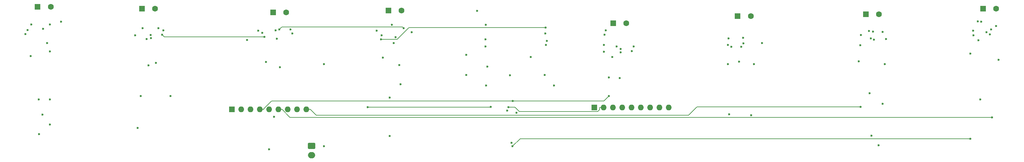
<source format=gbr>
%TF.GenerationSoftware,KiCad,Pcbnew,8.0.8*%
%TF.CreationDate,2025-05-04T20:59:53-05:00*%
%TF.ProjectId,Feedback_sleeve,46656564-6261-4636-9b5f-736c65657665,rev?*%
%TF.SameCoordinates,Original*%
%TF.FileFunction,Copper,L5,Inr*%
%TF.FilePolarity,Positive*%
%FSLAX46Y46*%
G04 Gerber Fmt 4.6, Leading zero omitted, Abs format (unit mm)*
G04 Created by KiCad (PCBNEW 8.0.8) date 2025-05-04 20:59:53*
%MOMM*%
%LPD*%
G01*
G04 APERTURE LIST*
G04 Aperture macros list*
%AMRoundRect*
0 Rectangle with rounded corners*
0 $1 Rounding radius*
0 $2 $3 $4 $5 $6 $7 $8 $9 X,Y pos of 4 corners*
0 Add a 4 corners polygon primitive as box body*
4,1,4,$2,$3,$4,$5,$6,$7,$8,$9,$2,$3,0*
0 Add four circle primitives for the rounded corners*
1,1,$1+$1,$2,$3*
1,1,$1+$1,$4,$5*
1,1,$1+$1,$6,$7*
1,1,$1+$1,$8,$9*
0 Add four rect primitives between the rounded corners*
20,1,$1+$1,$2,$3,$4,$5,0*
20,1,$1+$1,$4,$5,$6,$7,0*
20,1,$1+$1,$6,$7,$8,$9,0*
20,1,$1+$1,$8,$9,$2,$3,0*%
G04 Aperture macros list end*
%TA.AperFunction,ComponentPad*%
%ADD10RoundRect,0.250000X-0.550000X-0.550000X0.550000X-0.550000X0.550000X0.550000X-0.550000X0.550000X0*%
%TD*%
%TA.AperFunction,ComponentPad*%
%ADD11C,1.600000*%
%TD*%
%TA.AperFunction,ComponentPad*%
%ADD12R,1.600000X1.600000*%
%TD*%
%TA.AperFunction,ComponentPad*%
%ADD13O,1.600000X1.600000*%
%TD*%
%TA.AperFunction,ComponentPad*%
%ADD14RoundRect,0.250000X-0.750000X0.600000X-0.750000X-0.600000X0.750000X-0.600000X0.750000X0.600000X0*%
%TD*%
%TA.AperFunction,ComponentPad*%
%ADD15O,2.000000X1.700000*%
%TD*%
%TA.AperFunction,ViaPad*%
%ADD16C,0.600000*%
%TD*%
%TA.AperFunction,Conductor*%
%ADD17C,0.200000*%
%TD*%
G04 APERTURE END LIST*
D10*
%TO.N,Net-(J7-Pin_1)*%
%TO.C,J7*%
X242900000Y-17500000D03*
D11*
%TO.N,Net-(J7-Pin_2)*%
X246500000Y-17500000D03*
%TD*%
D10*
%TO.N,Net-(J8-Pin_1)*%
%TO.C,J8*%
X274900000Y-16000000D03*
D11*
%TO.N,Net-(J8-Pin_2)*%
X278500000Y-16000000D03*
%TD*%
D10*
%TO.N,Net-(J2-Pin_1)*%
%TO.C,J2*%
X45200000Y-16000000D03*
D11*
%TO.N,Net-(J2-Pin_2)*%
X48800000Y-16000000D03*
%TD*%
D10*
%TO.N,Net-(J6-Pin_1)*%
%TO.C,J6*%
X207900000Y-18000000D03*
D11*
%TO.N,Net-(J6-Pin_2)*%
X211500000Y-18000000D03*
%TD*%
D10*
%TO.N,Net-(J3-Pin_1)*%
%TO.C,J3*%
X81000000Y-17000000D03*
D11*
%TO.N,Net-(J3-Pin_2)*%
X84600000Y-17000000D03*
%TD*%
D12*
%TO.N,Net-(RN1-common)*%
%TO.C,RN2*%
X69760000Y-43500000D03*
D13*
%TO.N,Net-(RN2-R1)*%
X72300000Y-43500000D03*
%TO.N,Net-(RN2-R2)*%
X74840000Y-43500000D03*
%TO.N,Net-(RN2-R3)*%
X77380000Y-43500000D03*
%TO.N,Net-(RN2-R4)*%
X79920000Y-43500000D03*
%TO.N,Net-(RN2-R5)*%
X82460000Y-43500000D03*
%TO.N,Net-(RN2-R6)*%
X85000000Y-43500000D03*
%TO.N,Net-(RN2-R7)*%
X87540000Y-43500000D03*
%TO.N,Net-(RN2-R8)*%
X90080000Y-43500000D03*
%TD*%
D14*
%TO.N,Net-(J9-Pin_1)*%
%TO.C,J9*%
X91500000Y-53500000D03*
D15*
%TO.N,Net-(J9-Pin_2)*%
X91500000Y-56000000D03*
%TD*%
D10*
%TO.N,Net-(J4-Pin_1)*%
%TO.C,J4*%
X112500000Y-16500000D03*
D11*
%TO.N,Net-(J4-Pin_2)*%
X116100000Y-16500000D03*
%TD*%
D12*
%TO.N,Net-(RN1-common)*%
%TO.C,RN1*%
X168760000Y-43000000D03*
D13*
%TO.N,Net-(RN1-R1)*%
X171300000Y-43000000D03*
%TO.N,Net-(RN1-R2)*%
X173840000Y-43000000D03*
%TO.N,Net-(RN1-R3)*%
X176380000Y-43000000D03*
%TO.N,Net-(RN1-R4)*%
X178920000Y-43000000D03*
%TO.N,Net-(RN1-R5)*%
X181460000Y-43000000D03*
%TO.N,Net-(RN1-R6)*%
X184000000Y-43000000D03*
%TO.N,Net-(RN1-R7)*%
X186540000Y-43000000D03*
%TO.N,Net-(RN1-R8)*%
X189080000Y-43000000D03*
%TD*%
D10*
%TO.N,Net-(J1-Pin_1)*%
%TO.C,J1*%
X16700000Y-15500000D03*
D11*
%TO.N,Net-(J1-Pin_2)*%
X20300000Y-15500000D03*
%TD*%
D10*
%TO.N,Net-(J5-Pin_1)*%
%TO.C,J5*%
X173900000Y-20000000D03*
D11*
%TO.N,Net-(J5-Pin_2)*%
X177500000Y-20000000D03*
%TD*%
D16*
%TO.N,Net-(U1-GND)*%
X17095500Y-50321100D03*
X171377100Y-27752000D03*
X205594700Y-44905300D03*
X14834800Y-28967500D03*
X179017600Y-27617400D03*
X47589500Y-23225400D03*
X110467800Y-24348000D03*
X172682700Y-34819700D03*
X112842700Y-40329300D03*
X208245400Y-30467500D03*
X50728400Y-23100000D03*
X209432800Y-25440000D03*
X272252400Y-23280900D03*
X171566300Y-23086900D03*
X79067000Y-30518700D03*
X46961400Y-31470500D03*
X244401700Y-50745200D03*
X243947400Y-39076400D03*
X44866000Y-39904100D03*
X17001400Y-40829300D03*
X240951400Y-30411500D03*
X274157400Y-40829300D03*
X78663200Y-23693200D03*
X271418700Y-28282100D03*
X110979400Y-29408200D03*
X155457500Y-21133100D03*
X13395100Y-22941500D03*
X214570700Y-25376200D03*
X245123800Y-24500000D03*
%TO.N,Net-(U2-REG)*%
X274410700Y-19564400D03*
X279125700Y-29974700D03*
%TO.N,Net-(U4-REG)*%
X175674700Y-34923400D03*
%TO.N,Net-(U5-REG)*%
X113469400Y-20366500D03*
X115453800Y-31382200D03*
%TO.N,Net-(U10-REG)*%
X45411400Y-21344600D03*
X49065500Y-30811900D03*
%TO.N,Net-(U6-REG)*%
X15016300Y-20335300D03*
X20090700Y-47685200D03*
%TO.N,Net-(U9-REG)*%
X76938700Y-22008700D03*
X82922700Y-31970500D03*
%TO.N,Net-(U7-REG)*%
X243781600Y-22118400D03*
X246384400Y-53336900D03*
%TO.N,Net-(J1-Pin_1)*%
X19292700Y-25376200D03*
%TO.N,Net-(J1-Pin_2)*%
X23082700Y-19564400D03*
%TO.N,Net-(J2-Pin_2)*%
X51017600Y-21908700D03*
%TO.N,Net-(J2-Pin_1)*%
X47668900Y-24070700D03*
%TO.N,Net-(J3-Pin_2)*%
X85786700Y-21656900D03*
%TO.N,Net-(J3-Pin_1)*%
X86280400Y-22742700D03*
%TO.N,Net-(J4-Pin_1)*%
X114461700Y-23761600D03*
%TO.N,Net-(J4-Pin_2)*%
X118886400Y-22470300D03*
%TO.N,Net-(J5-Pin_2)*%
X179457200Y-26300300D03*
%TO.N,Net-(J5-Pin_1)*%
X175926200Y-27900000D03*
%TO.N,Net-(J6-Pin_1)*%
X208896100Y-26420700D03*
%TO.N,Net-(J7-Pin_1)*%
X248395400Y-24250000D03*
%TO.N,Net-(J7-Pin_2)*%
X244868400Y-22227600D03*
%TO.N,Net-(J8-Pin_1)*%
X276779600Y-23010400D03*
%TO.N,Net-(J8-Pin_2)*%
X277122500Y-21666800D03*
%TO.N,Net-(J9-Pin_1)*%
X145754700Y-34211000D03*
X94890700Y-31188000D03*
%TO.N,Net-(U1-PC01_A1_D1)*%
X173685700Y-29242000D03*
X171845900Y-21950500D03*
X139125100Y-20375000D03*
%TO.N,Net-(U1-PC05_A5_D5_SCL)*%
X139557100Y-31818900D03*
%TO.N,Net-(U1-PA03_A8_D8_SCK)*%
X82011000Y-24176200D03*
%TO.N,Net-(U1-PC00_A0_D0)*%
X273512700Y-19481600D03*
X273612700Y-24641500D03*
X136778700Y-16617400D03*
%TO.N,Net-(U1-PC06_A6_D6_TX)*%
X133786700Y-34093900D03*
X205249400Y-31188000D03*
X206170900Y-26416600D03*
%TO.N,Net-(U1-PC02_A2_D2)*%
X139058900Y-24413400D03*
X113954100Y-25376200D03*
%TO.N,Net-(U1-PA04_A9_D9_MISO)*%
X46445800Y-24270700D03*
X151344000Y-29168400D03*
%TO.N,Net-(U1-PC04_A4_D4_SDA)*%
X133786700Y-28647700D03*
%TO.N,Net-(U1-PC07_A7_D7_RX)*%
X155190200Y-34138800D03*
%TO.N,Net-(U1-PC03_A3_D3)*%
X139058900Y-26342800D03*
X241421900Y-25985700D03*
%TO.N,Net-(RN1-common)*%
X139214400Y-36999800D03*
X247484100Y-22339600D03*
X157739200Y-36999800D03*
X20092300Y-40829300D03*
X20090700Y-27682400D03*
X116668800Y-21334700D03*
X53002700Y-39905700D03*
X115830300Y-36619000D03*
X82695300Y-21708700D03*
X278429300Y-20774000D03*
X20090700Y-20330100D03*
X248039400Y-31188000D03*
X247482700Y-41982700D03*
X212337400Y-31188000D03*
X211578700Y-45078700D03*
X175924200Y-26989200D03*
X49716200Y-21330200D03*
X155381200Y-22754500D03*
X209417200Y-23983900D03*
%TO.N,Net-(RN1-R6)*%
X81279700Y-45523400D03*
X81692800Y-21917300D03*
%TO.N,Net-(RN1-R7)*%
X205374400Y-24104900D03*
%TO.N,Net-(RN1-R2)*%
X18070000Y-44981300D03*
X18194400Y-21458700D03*
%TO.N,Net-(RN1-R8)*%
X205233400Y-25927500D03*
%TO.N,Net-(RN1-R5)*%
X78041100Y-22633100D03*
X79930700Y-54435200D03*
%TO.N,Net-(RN1-R3)*%
X43340400Y-23250000D03*
X44026700Y-48623400D03*
%TO.N,Net-(RN1-R1)*%
X13996600Y-21818200D03*
X145314800Y-42912200D03*
%TO.N,Net-(RN1-R4)*%
X144991400Y-43836400D03*
%TO.N,Net-(RN2-R5)*%
X277402700Y-45717500D03*
X275844500Y-22470700D03*
%TO.N,Net-(RN2-R6)*%
X146389300Y-53624600D03*
X272168000Y-21999100D03*
X94871000Y-53624600D03*
X271418700Y-51529300D03*
%TO.N,Net-(RN2-R7)*%
X155792100Y-24795800D03*
X147504600Y-44475500D03*
X244286900Y-24161600D03*
%TO.N,Net-(RN2-R4)*%
X146160000Y-52645400D03*
X171326500Y-25862500D03*
X155558000Y-25896600D03*
%TO.N,Net-(RN2-R8)*%
X241531400Y-23154400D03*
X241498700Y-42811600D03*
%TO.N,Net-(RN2-R2)*%
X140461900Y-42812200D03*
X106858700Y-42942100D03*
X110618800Y-23261600D03*
%TO.N,Net-(RN2-R3)*%
X172682700Y-39905700D03*
X174878000Y-26284700D03*
X146470800Y-41259900D03*
%TO.N,Net-(RN2-R1)*%
X73946700Y-24529200D03*
X112842700Y-50827800D03*
X109318900Y-22028000D03*
%TD*%
D17*
%TO.N,Net-(U1-GND)*%
X114872500Y-24399800D02*
X110519600Y-24399800D01*
X51321600Y-23693200D02*
X78663200Y-23693200D01*
X118139200Y-21133100D02*
X114872500Y-24399800D01*
X50728400Y-23100000D02*
X51321600Y-23693200D01*
X110519600Y-24399800D02*
X110467800Y-24348000D01*
X155457500Y-21133100D02*
X118139200Y-21133100D01*
%TO.N,Net-(RN1-common)*%
X83390000Y-21014000D02*
X116348100Y-21014000D01*
X82695300Y-21708700D02*
X83390000Y-21014000D01*
X116348100Y-21014000D02*
X116668800Y-21334700D01*
%TO.N,Net-(RN1-R1)*%
X170198300Y-43602500D02*
X169699100Y-44101700D01*
X148280000Y-44101700D02*
X147090500Y-42912200D01*
X169699100Y-44101700D02*
X148280000Y-44101700D01*
X147090500Y-42912200D02*
X145314800Y-42912200D01*
X170198300Y-43000000D02*
X170198300Y-43602500D01*
X171300000Y-43000000D02*
X170198300Y-43000000D01*
%TO.N,Net-(RN2-R5)*%
X85641500Y-45717500D02*
X277402700Y-45717500D01*
X83561700Y-43637700D02*
X85641500Y-45717500D01*
X83561700Y-43500000D02*
X83561700Y-43637700D01*
X82460000Y-43500000D02*
X83561700Y-43500000D01*
%TO.N,Net-(RN2-R6)*%
X148484600Y-51529300D02*
X146389300Y-53624600D01*
X271418700Y-51529300D02*
X148484600Y-51529300D01*
%TO.N,Net-(RN2-R8)*%
X92786900Y-45105200D02*
X194491700Y-45105200D01*
X194491700Y-45105200D02*
X196785300Y-42811600D01*
X90080000Y-43500000D02*
X91181700Y-43500000D01*
X196785300Y-42811600D02*
X241498700Y-42811600D01*
X91181700Y-43500000D02*
X92786900Y-45105200D01*
%TO.N,Net-(RN2-R2)*%
X140332000Y-42942100D02*
X140461900Y-42812200D01*
X106858700Y-42942100D02*
X140332000Y-42942100D01*
%TO.N,Net-(RN2-R3)*%
X171328500Y-41259900D02*
X146470800Y-41259900D01*
X172682700Y-39905700D02*
X171328500Y-41259900D01*
X78481700Y-43362300D02*
X78481700Y-43500000D01*
X77380000Y-43500000D02*
X78481700Y-43500000D01*
X146470800Y-41259900D02*
X80584100Y-41259900D01*
X80584100Y-41259900D02*
X78481700Y-43362300D01*
%TD*%
M02*

</source>
